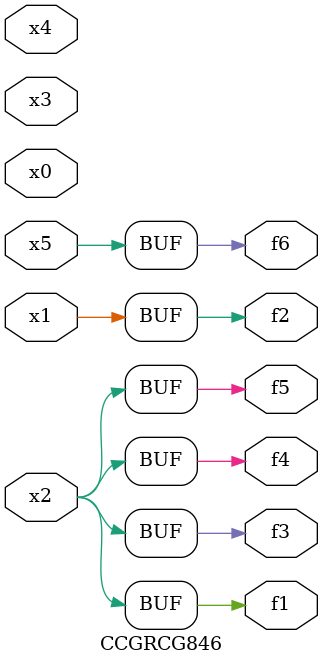
<source format=v>
module CCGRCG846(
	input x0, x1, x2, x3, x4, x5,
	output f1, f2, f3, f4, f5, f6
);
	assign f1 = x2;
	assign f2 = x1;
	assign f3 = x2;
	assign f4 = x2;
	assign f5 = x2;
	assign f6 = x5;
endmodule

</source>
